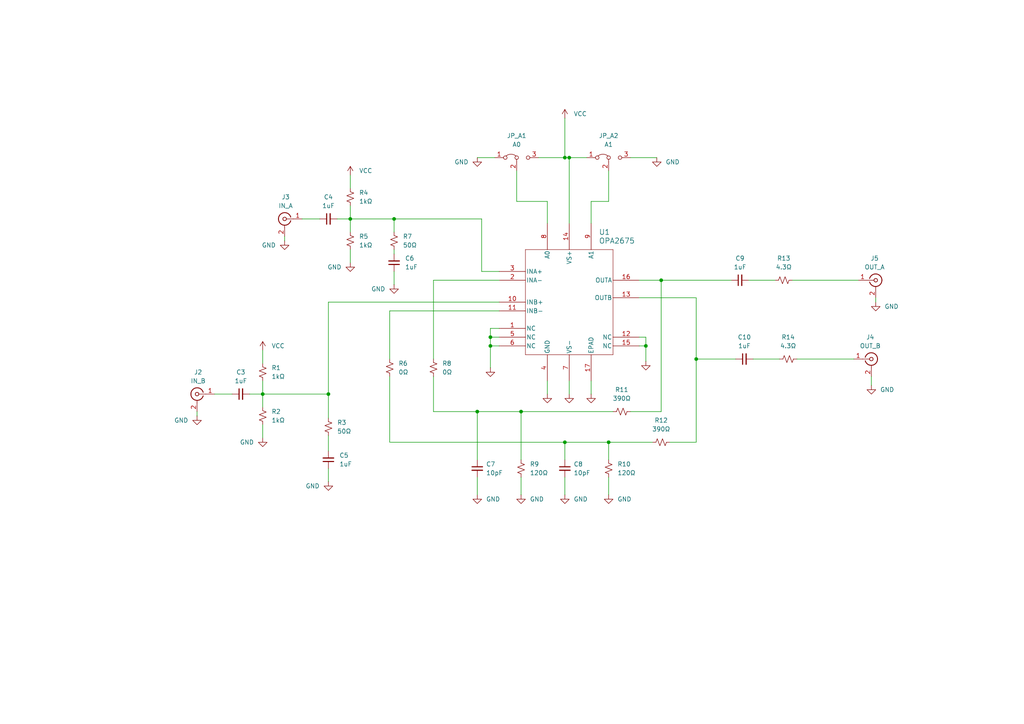
<source format=kicad_sch>
(kicad_sch (version 20231120) (generator "eeschema") (generator_version "8.0")
  (paper "A4")
  (lib_symbols
    (symbol "Connector:Conn_Coaxial" (pin_names (offset 1.016) hide)
      (property "Reference" "J" (at 0.254 3.048 0))
      (property "Value" "Conn_Coaxial" (at 2.921 0 90))
      (symbol "Conn_Coaxial_0_1"
        (arc (start -1.778 -0.508) (mid 0.2311 -1.8066) (end 1.778 0) (stroke (width 0.254)))
        (polyline (pts (xy -2.54 0) (xy -0.508 0)))
        (polyline (pts (xy 0 -2.54) (xy 0 -1.778)))
        (circle (center 0 0) (radius 0.508) (stroke (width 0.2032)))
        (arc (start 1.778 0) (mid 0.2099 1.8101) (end -1.778 0.508) (stroke (width 0.254)))
      )
      (symbol "Conn_Coaxial_1_1"
        (pin passive line (at -5.08 0 0) (length 2.54) (name "In") (number "1"))
        (pin passive line (at 0 -5.08 90) (length 2.54) (name "Ext") (number "2"))
      )
    )
    (symbol "Device:C_Small" (pin_numbers hide) (pin_names (offset 0.254) hide)
      (property "Reference" "C" (at 0.254 1.778 0))
      (property "Value" "C_Small" (at 0.254 -2.032 0))
      (symbol "C_Small_0_1"
        (polyline (pts (xy -1.524 -0.508) (xy 1.524 -0.508)) (stroke (width 0.3302)))
        (polyline (pts (xy -1.524 0.508) (xy 1.524 0.508)) (stroke (width 0.3048)))
      )
      (symbol "C_Small_1_1"
        (pin passive line (at 0 2.54 270) (length 2.032) (name "~") (number "1"))
        (pin passive line (at 0 -2.54 90) (length 2.032) (name "~") (number "2"))
      )
    )
    (symbol "Device:R_Small_US" (pin_numbers hide) (pin_names (offset 0.254) hide)
      (property "Reference" "R" (at 0.762 0.508 0))
      (property "Value" "R_Small_US" (at 0.762 -1.016 0))
      (symbol "R_Small_US_1_1"
        (polyline (pts (xy 0 0) (xy 1.016 -0.381) (xy 0 -0.762) (xy -1.016 -1.143) (xy 0 -1.524)))
        (polyline (pts (xy 0 1.524) (xy 1.016 1.143) (xy 0 0.762) (xy -1.016 0.381) (xy 0 0)))
        (pin passive line (at 0 2.54 270) (length 1.016) (name "~") (number "1"))
        (pin passive line (at 0 -2.54 90) (length 1.016) (name "~") (number "2"))
      )
    )
    (symbol "Jumper:Jumper_3_Bridged12" (pin_names (offset 0) hide) (exclude_from_sim yes) (in_bom no)
      (property "Reference" "JP" (at -2.54 -2.54 0))
      (property "Value" "Jumper_3_Bridged12" (at 0 2.794 0))
      (symbol "Jumper_3_Bridged12_0_0"
        (circle (center -3.302 0) (radius 0.508))
        (circle (center 0 0) (radius 0.508))
        (circle (center 3.302 0) (radius 0.508))
      )
      (symbol "Jumper_3_Bridged12_0_1"
        (arc (start -0.254 0.508) (mid -1.651 0.9912) (end -3.048 0.508))
        (polyline (pts (xy 0 -1.27) (xy 0 -0.508)))
      )
      (symbol "Jumper_3_Bridged12_1_1"
        (pin passive line (at -6.35 0 0) (length 2.54) (name "A") (number "1"))
        (pin passive line (at 0 -3.81 90) (length 2.54) (name "C") (number "2"))
        (pin passive line (at 6.35 0 180) (length 2.54) (name "B") (number "3"))
      )
    )
    (symbol "Lumicom_Transmitter:OPA2675" (pin_names (offset 0.254))
      (property "Reference" "U1" (at 21.2741 5.08 0))
      (property "Value" "OPA2675" (at 21.2741 2.54 0))
      (symbol "OPA2675_0_1"
        (polyline (pts (xy 0 -30.48) (xy 25.4 -30.48)) (stroke (width 0.127)))
        (polyline (pts (xy 0 0) (xy 0 -30.48)) (stroke (width 0.127)))
        (polyline (pts (xy 25.4 -30.48) (xy 25.4 0)) (stroke (width 0.127)))
        (polyline (pts (xy 25.4 0) (xy 0 0)) (stroke (width 0.127)))
        (pin input line (at -7.62 -15.24 0) (length 7.62) (name "INB+") (number "10"))
        (pin input line (at -7.62 -17.78 0) (length 7.62) (name "INB-") (number "11"))
        (pin output line (at 33.02 -13.97 180) (length 7.62) (name "OUTB") (number "13"))
        (pin power_in line (at 12.7 7.62 270) (length 7.62) (name "VS+") (number "14"))
        (pin output line (at 33.02 -8.89 180) (length 7.62) (name "OUTA") (number "16"))
        (pin unspecified line (at 19.05 -38.1 90) (length 7.62) (name "EPAD") (number "17"))
        (pin input line (at -7.62 -8.89 0) (length 7.62) (name "INA-") (number "2"))
        (pin input line (at -7.62 -6.35 0) (length 7.62) (name "INA+") (number "3"))
        (pin power_in line (at 6.35 -38.1 90) (length 7.62) (name "GND") (number "4"))
        (pin power_in line (at 12.7 -38.1 90) (length 7.62) (name "VS-") (number "7"))
        (pin input line (at 6.35 7.62 270) (length 7.62) (name "A0") (number "8"))
        (pin input line (at 19.05 7.62 270) (length 7.62) (name "A1") (number "9"))
      )
      (symbol "OPA2675_1_1"
        (pin unspecified line (at -7.62 -22.86 0) (length 7.62) (name "NC") (number "1"))
        (pin unspecified line (at 33.02 -25.4 180) (length 7.62) (name "NC") (number "12"))
        (pin unspecified line (at 33.02 -27.94 180) (length 7.62) (name "NC") (number "15"))
        (pin unspecified line (at -7.62 -25.4 0) (length 7.62) (name "NC") (number "5"))
        (pin unspecified line (at -7.62 -27.94 0) (length 7.62) (name "NC") (number "6"))
      )
    )
    (symbol "power:GND" (power) (pin_numbers hide) (pin_names (offset 0) hide)
      (property "Value" "GND" (at 0 -3.81 0))
      (symbol "GND_0_1"
        (polyline (pts (xy 0 0) (xy 0 -1.27) (xy 1.27 -1.27) (xy 0 -2.54) (xy -1.27 -1.27) (xy 0 -1.27)))
      )
      (symbol "GND_1_1"
        (pin power_in line (at 0 0 270) (length 0) (name "~") (number "1"))
      )
    )
    (symbol "power:VCC" (power) (pin_numbers hide) (pin_names (offset 0) hide)
      (property "Value" "VCC" (at 0 3.556 0))
      (symbol "VCC_0_1"
        (polyline (pts (xy -0.762 1.27) (xy 0 2.54)))
        (polyline (pts (xy 0 0) (xy 0 2.54)))
        (polyline (pts (xy 0 2.54) (xy 0.762 1.27)))
      )
      (symbol "VCC_1_1"
        (pin power_in line (at 0 0 90) (length 0) (name "~") (number "1"))
      )
    )
  )
  (junction (at 76.2 114.3))
  (junction (at 191.77 81.28))
  (junction (at 163.83 128.27))
  (junction (at 163.83 45.72))
  (junction (at 101.6 63.5))
  (junction (at 142.24 100.33))
  (junction (at 95.25 114.3))
  (junction (at 138.43 119.38))
  (junction (at 165.1 45.72))
  (junction (at 142.24 97.79))
  (junction (at 151.13 119.38))
  (junction (at 176.53 128.27))
  (junction (at 187.325 100.33))
  (junction (at 114.3 63.5))
  (junction (at 201.93 104.14))
  (wire (pts (xy 142.24 97.79) (xy 144.78 97.79)))
  (wire (pts (xy 144.78 100.33) (xy 142.24 100.33)))
  (wire (pts (xy 171.45 110.49) (xy 171.45 114.3)))
  (wire (pts (xy 226.06 104.14) (xy 218.44 104.14)))
  (wire (pts (xy 176.53 128.27) (xy 189.23 128.27)))
  (wire (pts (xy 101.6 50.8) (xy 101.6 54.61)))
  (wire (pts (xy 114.3 67.31) (xy 114.3 63.5)))
  (wire (pts (xy 158.75 58.42) (xy 158.75 64.77)))
  (wire (pts (xy 201.93 104.14) (xy 201.93 128.27)))
  (wire (pts (xy 125.73 104.14) (xy 125.73 81.28)))
  (wire (pts (xy 176.53 58.42) (xy 176.53 49.53)))
  (wire (pts (xy 151.13 138.43) (xy 151.13 143.51)))
  (wire (pts (xy 190.5 45.72) (xy 182.88 45.72)))
  (wire (pts (xy 191.77 81.28) (xy 212.09 81.28)))
  (wire (pts (xy 165.1 110.49) (xy 165.1 114.3)))
  (wire (pts (xy 176.53 128.27) (xy 176.53 133.35)))
  (wire (pts (xy 165.1 45.72) (xy 165.1 64.77)))
  (wire (pts (xy 176.53 138.43) (xy 176.53 143.51)))
  (wire (pts (xy 76.2 101.6) (xy 76.2 105.41)))
  (wire (pts (xy 95.25 87.63) (xy 144.78 87.63)))
  (wire (pts (xy 138.43 45.72) (xy 143.51 45.72)))
  (wire (pts (xy 156.21 45.72) (xy 163.83 45.72)))
  (wire (pts (xy 158.75 58.42) (xy 149.86 58.42)))
  (wire (pts (xy 163.83 128.27) (xy 176.53 128.27)))
  (wire (pts (xy 95.25 114.3) (xy 95.25 121.285)))
  (wire (pts (xy 139.7 78.74) (xy 144.78 78.74)))
  (wire (pts (xy 95.25 114.3) (xy 95.25 87.63)))
  (wire (pts (xy 191.77 81.28) (xy 191.77 119.38)))
  (wire (pts (xy 125.73 119.38) (xy 138.43 119.38)))
  (wire (pts (xy 149.86 58.42) (xy 149.86 49.53)))
  (wire (pts (xy 101.6 63.5) (xy 114.3 63.5)))
  (wire (pts (xy 201.93 86.36) (xy 185.42 86.36)))
  (wire (pts (xy 97.79 63.5) (xy 101.6 63.5)))
  (wire (pts (xy 163.83 45.72) (xy 165.1 45.72)))
  (wire (pts (xy 185.42 100.33) (xy 187.325 100.33)))
  (wire (pts (xy 72.39 114.3) (xy 76.2 114.3)))
  (wire (pts (xy 139.7 63.5) (xy 139.7 78.74)))
  (wire (pts (xy 57.15 119.38) (xy 57.15 120.65)))
  (wire (pts (xy 217.17 81.28) (xy 224.79 81.28)))
  (wire (pts (xy 158.75 110.49) (xy 158.75 114.3)))
  (wire (pts (xy 87.63 63.5) (xy 92.71 63.5)))
  (wire (pts (xy 231.14 104.14) (xy 247.65 104.14)))
  (wire (pts (xy 191.77 81.28) (xy 185.42 81.28)))
  (wire (pts (xy 76.2 110.49) (xy 76.2 114.3)))
  (wire (pts (xy 213.36 104.14) (xy 201.93 104.14)))
  (wire (pts (xy 113.03 90.17) (xy 144.78 90.17)))
  (wire (pts (xy 171.45 58.42) (xy 171.45 64.77)))
  (wire (pts (xy 165.1 45.72) (xy 170.18 45.72)))
  (wire (pts (xy 163.83 138.43) (xy 163.83 143.51)))
  (wire (pts (xy 125.73 119.38) (xy 125.73 109.22)))
  (wire (pts (xy 163.83 34.29) (xy 163.83 45.72)))
  (wire (pts (xy 138.43 119.38) (xy 151.13 119.38)))
  (wire (pts (xy 76.2 123.19) (xy 76.2 127)))
  (wire (pts (xy 101.6 72.39) (xy 101.6 76.2)))
  (wire (pts (xy 101.6 59.69) (xy 101.6 63.5)))
  (wire (pts (xy 101.6 67.31) (xy 101.6 63.5)))
  (wire (pts (xy 191.77 119.38) (xy 182.88 119.38)))
  (wire (pts (xy 114.3 63.5) (xy 139.7 63.5)))
  (wire (pts (xy 163.83 128.27) (xy 163.83 133.35)))
  (wire (pts (xy 76.2 114.3) (xy 95.25 114.3)))
  (wire (pts (xy 95.25 126.365) (xy 95.25 130.81)))
  (wire (pts (xy 76.2 118.11) (xy 76.2 114.3)))
  (wire (pts (xy 113.03 109.22) (xy 113.03 128.27)))
  (wire (pts (xy 171.45 58.42) (xy 176.53 58.42)))
  (wire (pts (xy 142.24 100.33) (xy 142.24 106.68)))
  (wire (pts (xy 138.43 138.43) (xy 138.43 143.51)))
  (wire (pts (xy 252.73 109.22) (xy 252.73 111.76)))
  (wire (pts (xy 177.8 119.38) (xy 151.13 119.38)))
  (wire (pts (xy 95.25 135.89) (xy 95.25 139.7)))
  (wire (pts (xy 187.325 100.33) (xy 187.325 104.775)))
  (wire (pts (xy 229.87 81.28) (xy 248.92 81.28)))
  (wire (pts (xy 201.93 128.27) (xy 194.31 128.27)))
  (wire (pts (xy 125.73 81.28) (xy 144.78 81.28)))
  (wire (pts (xy 144.78 95.25) (xy 142.24 95.25)))
  (wire (pts (xy 62.23 114.3) (xy 67.31 114.3)))
  (wire (pts (xy 185.42 97.79) (xy 187.325 97.79)))
  (wire (pts (xy 113.03 90.17) (xy 113.03 104.14)))
  (wire (pts (xy 254 86.36) (xy 254 87.63)))
  (wire (pts (xy 201.93 86.36) (xy 201.93 104.14)))
  (wire (pts (xy 114.3 78.74) (xy 114.3 82.55)))
  (wire (pts (xy 187.325 97.79) (xy 187.325 100.33)))
  (wire (pts (xy 151.13 119.38) (xy 151.13 133.35)))
  (wire (pts (xy 82.55 68.58) (xy 82.55 69.85)))
  (wire (pts (xy 142.24 97.79) (xy 142.24 100.33)))
  (wire (pts (xy 142.24 95.25) (xy 142.24 97.79)))
  (wire (pts (xy 113.03 128.27) (xy 163.83 128.27)))
  (wire (pts (xy 114.3 72.39) (xy 114.3 73.66)))
  (wire (pts (xy 138.43 133.35) (xy 138.43 119.38)))
  (symbol (lib_id "Device:R_Small_US") (at 228.6 104.14 90) (unit 1)
    (property "Reference" "R14" (at 228.6 97.79 90))
    (property "Value" "4.3Ω" (at 228.6 100.33 90))
    (property "Footprint" "Resistor_SMD:R_1210_3225Metric_Pad1.30x2.65mm_HandSolder" (effects (hide yes)))
    (property "Description" "Resistor, small US symbol" (effects (hide yes)))
    (property "LCSC" "C102477" (effects (hide yes)))
  )
  (symbol (lib_id "power:GND") (at 176.53 143.51 0) (unit 1)
    (property "Reference" "#PWR022" (effects (hide yes)))
    (property "Value" "GND" (at 179.07 144.7799 0) (effects (justify left)))
    (property "Description" "Power symbol creates a global label with name \"GND\" , ground" (effects (hide yes)))
  )
  (symbol (lib_id "power:GND") (at 163.83 143.51 0) (unit 1)
    (property "Reference" "#PWR019" (effects (hide yes)))
    (property "Value" "GND" (at 166.37 144.7799 0) (effects (justify left)))
    (property "Description" "Power symbol creates a global label with name \"GND\" , ground" (effects (hide yes)))
  )
  (symbol (lib_id "Device:C_Small") (at 214.63 81.28 90) (unit 1)
    (property "Reference" "C9" (at 214.6363 74.93 90))
    (property "Value" "1uF" (at 214.6363 77.47 90))
    (property "Footprint" "Capacitor_SMD:C_0603_1608Metric" (effects (hide yes)))
    (property "Description" "Unpolarized capacitor, small symbol" (effects (hide yes)))
    (property "LCSC" "C14663" (effects (hide yes)))
  )
  (symbol (lib_id "power:GND") (at 138.43 143.51 0) (unit 1)
    (property "Reference" "#PWR014" (effects (hide yes)))
    (property "Value" "GND" (at 140.97 144.7799 0) (effects (justify left)))
    (property "Description" "Power symbol creates a global label with name \"GND\" , ground" (effects (hide yes)))
  )
  (symbol (lib_id "Device:R_Small_US") (at 101.6 69.85 0) (unit 1)
    (property "Reference" "R5" (at 104.14 68.5799 0) (effects (justify left)))
    (property "Value" "1kΩ" (at 104.14 71.1199 0) (effects (justify left)))
    (property "Footprint" "Resistor_SMD:R_0603_1608Metric" (effects (hide yes)))
    (property "Description" "Resistor, small US symbol" (effects (hide yes)))
    (property "LCSC" "C21190" (effects (hide yes)))
  )
  (symbol (lib_id "Device:C_Small") (at 95.25 133.35 180) (unit 1)
    (property "Reference" "C5" (at 98.425 132.0735 0) (effects (justify right)))
    (property "Value" "1uF" (at 98.425 134.6135 0) (effects (justify right)))
    (property "Footprint" "Capacitor_SMD:C_0603_1608Metric" (effects (hide yes)))
    (property "Description" "Unpolarized capacitor, small symbol" (effects (hide yes)))
    (property "LCSC" "C19702" (effects (hide yes)))
  )
  (symbol (lib_id "Device:R_Small_US") (at 180.34 119.38 90) (unit 1)
    (property "Reference" "R11" (at 180.34 113.03 90))
    (property "Value" "390Ω" (at 180.34 115.57 90))
    (property "Footprint" "Resistor_SMD:R_0603_1608Metric" (effects (hide yes)))
    (property "Description" "Resistor, small US symbol" (effects (hide yes)))
    (property "LCSC" "C23151" (effects (hide yes)))
  )
  (symbol (lib_id "Connector:Conn_Coaxial") (at 254 81.28 0) (unit 1) (exclude_from_sim yes) (in_bom no)
    (property "Reference" "J5" (at 253.6826 74.93 0))
    (property "Value" "OUT_A" (at 253.6826 77.47 0))
    (property "Footprint" "LumiCom_Transmitter:RFSOLUTIONS_CON-SMA-EDGE-S" (effects (hide yes)))
    (property "Datasheet" " ~" (effects (hide yes)))
    (property "Description" "coaxial connector (BNC, SMA, SMB, SMC, Cinch/RCA, LEMO, ...)" (effects (hide yes)))
  )
  (symbol (lib_id "Device:R_Small_US") (at 101.6 57.15 0) (unit 1)
    (property "Reference" "R4" (at 104.14 55.8799 0) (effects (justify left)))
    (property "Value" "1kΩ" (at 104.14 58.4199 0) (effects (justify left)))
    (property "Footprint" "Resistor_SMD:R_0603_1608Metric" (effects (hide yes)))
    (property "Description" "Resistor, small US symbol" (effects (hide yes)))
    (property "LCSC" "C21190" (effects (hide yes)))
  )
  (symbol (lib_id "Jumper:Jumper_3_Bridged12") (at 149.86 45.72 0) (unit 1) (exclude_from_sim yes) (in_bom no)
    (property "Reference" "JP_A1" (at 149.86 39.37 0))
    (property "Value" "A0" (at 149.86 41.91 0))
    (property "Footprint" "Connector_PinHeader_2.54mm:PinHeader_1x03_P2.54mm_Vertical" (effects (hide yes)))
    (property "Description" "Jumper, 3-pole, pins 1+2 closed/bridged" (effects (hide yes)))
  )
  (symbol (lib_id "power:VCC") (at 101.6 50.8 0) (unit 1)
    (property "Reference" "#PWR010" (effects (hide yes)))
    (property "Value" "VCC" (at 104.14 49.5299 0) (effects (justify left)))
    (property "Description" "Power symbol creates a global label with name \"VCC\"" (effects (hide yes)))
  )
  (symbol (lib_id "Connector:Conn_Coaxial") (at 82.55 63.5 0) (mirror y) (unit 1) (exclude_from_sim yes) (in_bom no)
    (property "Reference" "J3" (at 82.8674 57.15 0))
    (property "Value" "IN_A" (at 82.8674 59.69 0))
    (property "Footprint" "LumiCom_Transmitter:RFSOLUTIONS_CON-SMA-EDGE-S" (effects (hide yes)))
    (property "Datasheet" " ~" (effects (hide yes)))
    (property "Description" "coaxial connector (BNC, SMA, SMB, SMC, Cinch/RCA, LEMO, ...)" (effects (hide yes)))
  )
  (symbol (lib_id "power:GND") (at 165.1 114.3 0) (unit 1)
    (property "Reference" "#PWR020" (effects (hide yes)))
    (property "Value" "GND" (effects (hide yes)))
    (property "Description" "Power symbol creates a global label with name \"GND\" , ground" (effects (hide yes)))
  )
  (symbol (lib_id "power:GND") (at 138.43 45.72 0) (mirror y) (unit 1)
    (property "Reference" "#PWR013" (effects (hide yes)))
    (property "Value" "GND" (at 135.89 46.9899 0) (effects (justify left)))
    (property "Description" "Power symbol creates a global label with name \"GND\" , ground" (effects (hide yes)))
  )
  (symbol (lib_id "Device:R_Small_US") (at 76.2 120.65 0) (unit 1)
    (property "Reference" "R2" (at 78.74 119.3799 0) (effects (justify left)))
    (property "Value" "1kΩ" (at 78.74 121.9199 0) (effects (justify left)))
    (property "Footprint" "Resistor_SMD:R_0603_1608Metric" (effects (hide yes)))
    (property "Description" "Resistor, small US symbol" (effects (hide yes)))
    (property "LCSC" "C21190" (effects (hide yes)))
  )
  (symbol (lib_id "Device:R_Small_US") (at 114.3 69.85 0) (unit 1)
    (property "Reference" "R7" (at 116.84 68.5799 0) (effects (justify left)))
    (property "Value" "50Ω" (at 116.84 71.1199 0) (effects (justify left)))
    (property "Footprint" "Resistor_SMD:R_0603_1608Metric" (effects (hide yes)))
    (property "Description" "Resistor, small US symbol" (effects (hide yes)))
    (property "LCSC" "C23185" (effects (hide yes)))
  )
  (symbol (lib_id "Device:R_Small_US") (at 151.13 135.89 180) (unit 1)
    (property "Reference" "R9" (at 153.67 134.6199 0) (effects (justify right)))
    (property "Value" "120Ω" (at 153.67 137.1599 0) (effects (justify right)))
    (property "Footprint" "Resistor_SMD:R_0603_1608Metric" (effects (hide yes)))
    (property "Description" "Resistor, small US symbol" (effects (hide yes)))
    (property "LCSC" "C22787" (effects (hide yes)))
  )
  (symbol (lib_id "Device:R_Small_US") (at 113.03 106.68 180) (unit 1)
    (property "Reference" "R6" (at 115.57 105.4099 0) (effects (justify right)))
    (property "Value" "0Ω" (at 115.57 107.9499 0) (effects (justify right)))
    (property "Footprint" "Resistor_SMD:R_0603_1608Metric" (effects (hide yes)))
    (property "Description" "Resistor, small US symbol" (effects (hide yes)))
    (property "LCSC" "C21189" (effects (hide yes)))
  )
  (symbol (lib_id "Jumper:Jumper_3_Bridged12") (at 176.53 45.72 0) (unit 1) (exclude_from_sim yes) (in_bom no)
    (property "Reference" "JP_A2" (at 176.53 39.37 0))
    (property "Value" "A1" (at 176.53 41.91 0))
    (property "Footprint" "Connector_PinHeader_2.54mm:PinHeader_1x03_P2.54mm_Vertical" (effects (hide yes)))
    (property "Description" "Jumper, 3-pole, pins 1+2 closed/bridged" (effects (hide yes)))
  )
  (symbol (lib_id "Device:R_Small_US") (at 125.73 106.68 180) (unit 1)
    (property "Reference" "R8" (at 128.27 105.4099 0) (effects (justify right)))
    (property "Value" "0Ω" (at 128.27 107.9499 0) (effects (justify right)))
    (property "Footprint" "Resistor_SMD:R_0603_1608Metric" (effects (hide yes)))
    (property "Description" "Resistor, small US symbol" (effects (hide yes)))
    (property "LCSC" "C21189" (effects (hide yes)))
  )
  (symbol (lib_id "Device:R_Small_US") (at 191.77 128.27 90) (unit 1)
    (property "Reference" "R12" (at 191.77 121.92 90))
    (property "Value" "390Ω" (at 191.77 124.46 90))
    (property "Footprint" "Resistor_SMD:R_0603_1608Metric" (effects (hide yes)))
    (property "Description" "Resistor, small US symbol" (effects (hide yes)))
    (property "LCSC" "C23151" (effects (hide yes)))
  )
  (symbol (lib_id "power:GND") (at 114.3 82.55 0) (unit 1)
    (property "Reference" "#PWR012" (effects (hide yes)))
    (property "Value" "GND" (at 111.76 83.8199 0) (effects (justify right)))
    (property "Description" "Power symbol creates a global label with name \"GND\" , ground" (effects (hide yes)))
  )
  (symbol (lib_id "power:GND") (at 76.2 127 0) (unit 1)
    (property "Reference" "#PWR07" (effects (hide yes)))
    (property "Value" "GND" (at 73.66 128.2699 0) (effects (justify right)))
    (property "Description" "Power symbol creates a global label with name \"GND\" , ground" (effects (hide yes)))
  )
  (symbol (lib_id "power:GND") (at 151.13 143.51 0) (unit 1)
    (property "Reference" "#PWR016" (effects (hide yes)))
    (property "Value" "GND" (at 153.67 144.7799 0) (effects (justify left)))
    (property "Description" "Power symbol creates a global label with name \"GND\" , ground" (effects (hide yes)))
  )
  (symbol (lib_id "power:GND") (at 190.5 45.72 0) (unit 1)
    (property "Reference" "#PWR024" (effects (hide yes)))
    (property "Value" "GND" (at 193.04 46.9899 0) (effects (justify left)))
    (property "Description" "Power symbol creates a global label with name \"GND\" , ground" (effects (hide yes)))
  )
  (symbol (lib_id "Device:R_Small_US") (at 176.53 135.89 180) (unit 1)
    (property "Reference" "R10" (at 179.07 134.6199 0) (effects (justify right)))
    (property "Value" "120Ω" (at 179.07 137.1599 0) (effects (justify right)))
    (property "Footprint" "Resistor_SMD:R_0603_1608Metric" (effects (hide yes)))
    (property "Description" "Resistor, small US symbol" (effects (hide yes)))
    (property "LCSC" "C22787" (effects (hide yes)))
  )
  (symbol (lib_id "Device:C_Small") (at 69.85 114.3 90) (unit 1)
    (property "Reference" "C3" (at 69.8563 107.95 90))
    (property "Value" "1uF" (at 69.8563 110.49 90))
    (property "Footprint" "Capacitor_SMD:C_0603_1608Metric" (effects (hide yes)))
    (property "Description" "Unpolarized capacitor, small symbol" (effects (hide yes)))
    (property "LCSC" "C19702" (effects (hide yes)))
  )
  (symbol (lib_id "power:GND") (at 82.55 69.85 0) (unit 1)
    (property "Reference" "#PWR08" (effects (hide yes)))
    (property "Value" "GND" (at 80.01 71.1199 0) (effects (justify right)))
    (property "Description" "Power symbol creates a global label with name \"GND\" , ground" (effects (hide yes)))
  )
  (symbol (lib_id "power:GND") (at 101.6 76.2 0) (unit 1)
    (property "Reference" "#PWR011" (effects (hide yes)))
    (property "Value" "GND" (at 99.06 77.4699 0) (effects (justify right)))
    (property "Description" "Power symbol creates a global label with name \"GND\" , ground" (effects (hide yes)))
  )
  (symbol (lib_id "Connector:Conn_Coaxial") (at 57.15 114.3 0) (mirror y) (unit 1) (exclude_from_sim yes) (in_bom no)
    (property "Reference" "J2" (at 57.4674 107.95 0))
    (property "Value" "IN_B" (at 57.4674 110.49 0))
    (property "Footprint" "LumiCom_Transmitter:RFSOLUTIONS_CON-SMA-EDGE-S" (effects (hide yes)))
    (property "Datasheet" " ~" (effects (hide yes)))
    (property "Description" "coaxial connector (BNC, SMA, SMB, SMC, Cinch/RCA, LEMO, ...)" (effects (hide yes)))
  )
  (symbol (lib_id "power:GND") (at 95.25 139.7 0) (unit 1)
    (property "Reference" "#PWR09" (effects (hide yes)))
    (property "Value" "GND" (at 92.71 140.9699 0) (effects (justify right)))
    (property "Description" "Power symbol creates a global label with name \"GND\" , ground" (effects (hide yes)))
  )
  (symbol (lib_id "Device:R_Small_US") (at 76.2 107.95 0) (unit 1)
    (property "Reference" "R1" (at 78.74 106.6799 0) (effects (justify left)))
    (property "Value" "1kΩ" (at 78.74 109.2199 0) (effects (justify left)))
    (property "Footprint" "Resistor_SMD:R_0603_1608Metric" (effects (hide yes)))
    (property "Description" "Resistor, small US symbol" (effects (hide yes)))
    (property "LCSC" "C21190" (effects (hide yes)))
  )
  (symbol (lib_id "power:VCC") (at 163.83 34.29 0) (unit 1)
    (property "Reference" "#PWR018" (effects (hide yes)))
    (property "Value" "VCC" (at 166.37 33.0199 0) (effects (justify left)))
    (property "Description" "Power symbol creates a global label with name \"VCC\"" (effects (hide yes)))
  )
  (symbol (lib_id "Device:R_Small_US") (at 227.33 81.28 90) (unit 1)
    (property "Reference" "R13" (at 227.33 74.93 90))
    (property "Value" "4.3Ω" (at 227.33 77.47 90))
    (property "Footprint" "Resistor_SMD:R_1210_3225Metric_Pad1.30x2.65mm_HandSolder" (effects (hide yes)))
    (property "Description" "Resistor, small US symbol" (effects (hide yes)))
    (property "LCSC" "C102477" (effects (hide yes)))
  )
  (symbol (lib_id "power:VCC") (at 76.2 101.6 0) (unit 1)
    (property "Reference" "#PWR06" (effects (hide yes)))
    (property "Value" "VCC" (at 78.74 100.3299 0) (effects (justify left)))
    (property "Description" "Power symbol creates a global label with name \"VCC\"" (effects (hide yes)))
  )
  (symbol (lib_id "power:GND") (at 57.15 120.65 0) (unit 1)
    (property "Reference" "#PWR05" (effects (hide yes)))
    (property "Value" "GND" (at 54.61 121.9199 0) (effects (justify right)))
    (property "Description" "Power symbol creates a global label with name \"GND\" , ground" (effects (hide yes)))
  )
  (symbol (lib_id "Device:C_Small") (at 215.9 104.14 90) (unit 1)
    (property "Reference" "C10" (at 215.9063 97.79 90))
    (property "Value" "1uF" (at 215.9063 100.33 90))
    (property "Footprint" "Capacitor_SMD:C_0603_1608Metric" (effects (hide yes)))
    (property "Description" "Unpolarized capacitor, small symbol" (effects (hide yes)))
    (property "LCSC" "C14663" (effects (hide yes)))
  )
  (symbol (lib_id "power:GND") (at 171.45 114.3 0) (unit 1)
    (property "Reference" "#PWR021" (effects (hide yes)))
    (property "Value" "GND" (effects (hide yes)))
    (property "Description" "Power symbol creates a global label with name \"GND\" , ground" (effects (hide yes)))
  )
  (symbol (lib_id "power:GND") (at 187.325 104.775 0) (unit 1)
    (property "Reference" "#PWR023" (effects (hide yes)))
    (property "Value" "GND" (effects (hide yes)))
    (property "Description" "Power symbol creates a global label with name \"GND\" , ground" (effects (hide yes)))
  )
  (symbol (lib_id "Lumicom_Transmitter:OPA2675") (at 152.4 72.39 0) (unit 1)
    (property "Reference" "U1" (at 173.6741 67.31 0) (effects (font (size 1.524 1.524)) (justify left)))
    (property "Value" "OPA2675" (at 173.6741 69.85 0) (effects (font (size 1.524 1.524)) (justify left)))
    (property "Footprint" "Package_DFN_QFN:Texas_RGV0016A_VQFN-16-1EP_4x4mm_P0.65mm_EP2.1x2.1mm_ThermalVias" (effects (hide yes)))
    (property "Datasheet" "OPA2675RGVR" (effects (hide yes)))
    (property "LCSC" "C19711669" (effects (hide yes)))
  )
  (symbol (lib_id "Connector:Conn_Coaxial") (at 252.73 104.14 0) (unit 1) (exclude_from_sim yes) (in_bom no)
    (property "Reference" "J4" (at 252.4126 97.79 0))
    (property "Value" "OUT_B" (at 252.4126 100.33 0))
    (property "Footprint" "LumiCom_Transmitter:RFSOLUTIONS_CON-SMA-EDGE-S" (effects (hide yes)))
    (property "Datasheet" " ~" (effects (hide yes)))
    (property "Description" "coaxial connector (BNC, SMA, SMB, SMC, Cinch/RCA, LEMO, ...)" (effects (hide yes)))
  )
  (symbol (lib_id "power:GND") (at 142.24 106.68 0) (unit 1)
    (property "Reference" "#PWR015" (effects (hide yes)))
    (property "Value" "GND" (effects (hide yes)))
    (property "Description" "Power symbol creates a global label with name \"GND\" , ground" (effects (hide yes)))
  )
  (symbol (lib_id "Device:C_Small") (at 138.43 135.89 0) (unit 1) (exclude_from_sim yes)
    (property "Reference" "C7" (at 140.97 134.6262 0) (effects (justify left)))
    (property "Value" "10pF" (at 140.97 137.1662 0) (effects (justify left)))
    (property "Footprint" "Capacitor_SMD:C_0603_1608Metric" (effects (hide yes)))
    (property "Description" "Unpolarized capacitor, small symbol" (effects (hide yes)))
  )
  (symbol (lib_id "Device:R_Small_US") (at 95.25 123.825 0) (unit 1)
    (property "Reference" "R3" (at 97.79 122.5549 0) (effects (justify left)))
    (property "Value" "50Ω" (at 97.79 125.0949 0) (effects (justify left)))
    (property "Footprint" "Resistor_SMD:R_0603_1608Metric" (effects (hide yes)))
    (property "Description" "Resistor, small US symbol" (effects (hide yes)))
    (property "LCSC" "C23185" (effects (hide yes)))
  )
  (symbol (lib_id "Device:C_Small") (at 163.83 135.89 0) (unit 1) (exclude_from_sim yes)
    (property "Reference" "C8" (at 166.37 134.6262 0) (effects (justify left)))
    (property "Value" "10pF" (at 166.37 137.1662 0) (effects (justify left)))
    (property "Footprint" "Capacitor_SMD:C_0603_1608Metric" (effects (hide yes)))
    (property "Description" "Unpolarized capacitor, small symbol" (effects (hide yes)))
  )
  (symbol (lib_id "power:GND") (at 254 87.63 0) (unit 1)
    (property "Reference" "#PWR026" (effects (hide yes)))
    (property "Value" "GND" (at 256.54 88.8999 0) (effects (justify left)))
    (property "Description" "Power symbol creates a global label with name \"GND\" , ground" (effects (hide yes)))
  )
  (symbol (lib_id "Device:C_Small") (at 95.25 63.5 90) (unit 1)
    (property "Reference" "C4" (at 95.2563 57.15 90))
    (property "Value" "1uF" (at 95.2563 59.69 90))
    (property "Footprint" "Capacitor_SMD:C_0603_1608Metric" (effects (hide yes)))
    (property "Description" "Unpolarized capacitor, small symbol" (effects (hide yes)))
    (property "LCSC" "C19702" (effects (hide yes)))
  )
  (symbol (lib_id "Device:C_Small") (at 114.3 76.2 180) (unit 1)
    (property "Reference" "C6" (at 117.475 74.9235 0) (effects (justify right)))
    (property "Value" "1uF" (at 117.475 77.4635 0) (effects (justify right)))
    (property "Footprint" "Capacitor_SMD:C_0603_1608Metric" (effects (hide yes)))
    (property "Description" "Unpolarized capacitor, small symbol" (effects (hide yes)))
    (property "LCSC" "C19702" (effects (hide yes)))
  )
  (symbol (lib_id "power:GND") (at 252.73 111.76 0) (unit 1)
    (property "Reference" "#PWR025" (effects (hide yes)))
    (property "Value" "GND" (at 255.27 113.0299 0) (effects (justify left)))
    (property "Description" "Power symbol creates a global label with name \"GND\" , ground" (effects (hide yes)))
  )
  (symbol (lib_id "power:GND") (at 158.75 114.3 0) (unit 1)
    (property "Reference" "#PWR017" (effects (hide yes)))
    (property "Value" "GND" (effects (hide yes)))
    (property "Description" "Power symbol creates a global label with name \"GND\" , ground" (effects (hide yes)))
  )
)
</source>
